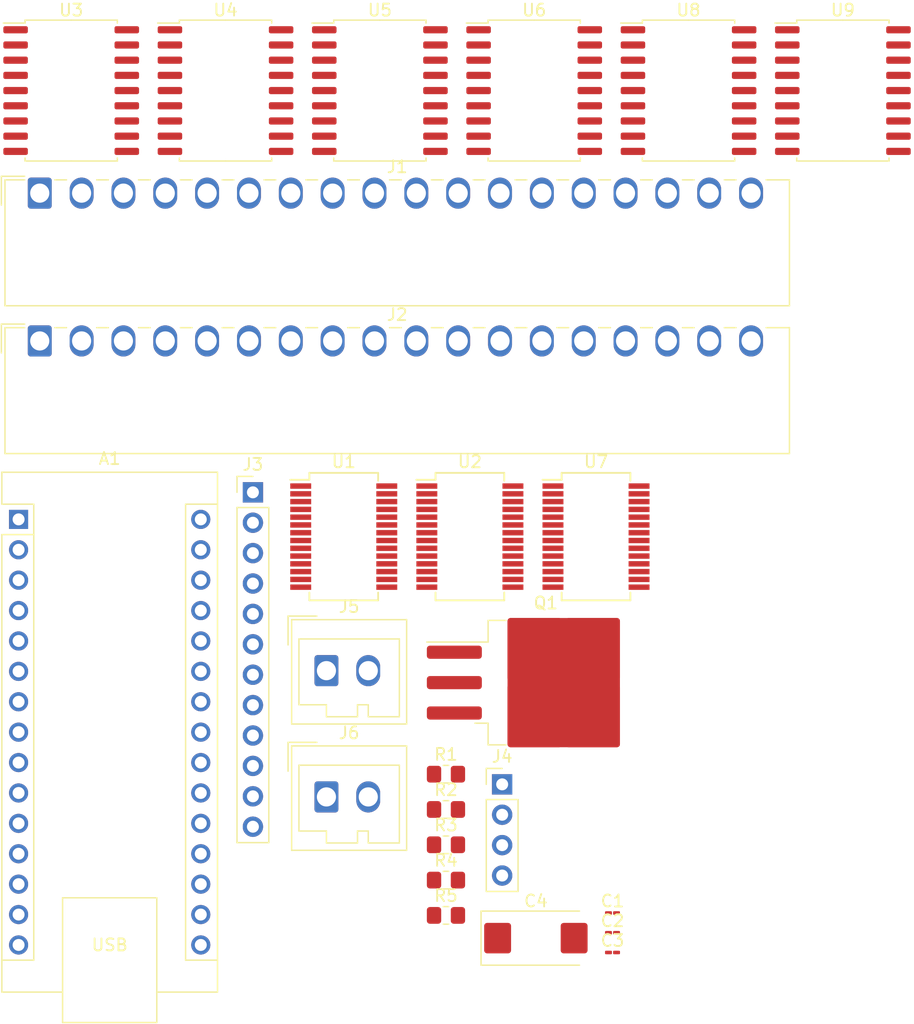
<source format=kicad_pcb>
(kicad_pcb (version 20221018) (generator pcbnew)
  (layers (0 "F.Cu" signal) (31 "B.Cu" signal) (34 "B.Paste" user) (35 "F.Paste" user) (36 "B.SilkS" user "B.Silkscreen") (37 "F.SilkS" user "F.Silkscreen") (38 "B.Mask" user) (39 "F.Mask" user) (44 "Edge.Cuts" user))
  (net 0 "")
  (net 3 "RST")
  (net 4 "GND")
  (net 5 "BTN")
  (net 6 "DIM")
  (net 23 "SDA")
  (net 24 "SCL")
  (net 29 "VCC")
  (net 30 "Net-(J1-Pin_1)")
  (net 31 "Net-(J1-Pin_2)")
  (net 32 "Net-(J1-Pin_3)")
  (net 33 "Net-(J1-Pin_4)")
  (net 34 "Net-(J1-Pin_5)")
  (net 35 "Net-(J1-Pin_6)")
  (net 36 "Net-(J1-Pin_7)")
  (net 37 "Net-(J1-Pin_8)")
  (net 38 "Net-(J1-Pin_9)")
  (net 39 "Net-(J1-Pin_10)")
  (net 40 "Net-(J1-Pin_11)")
  (net 41 "Net-(J1-Pin_12)")
  (net 42 "Net-(J1-Pin_13)")
  (net 43 "Net-(J1-Pin_14)")
  (net 44 "Net-(J1-Pin_15)")
  (net 45 "Net-(J1-Pin_16)")
  (net 46 "Net-(J1-Pin_17)")
  (net 47 "Net-(J1-Pin_18)")
  (net 48 "Net-(J2-Pin_1)")
  (net 49 "Net-(J2-Pin_2)")
  (net 50 "Net-(J2-Pin_3)")
  (net 51 "Net-(J2-Pin_4)")
  (net 52 "Net-(J2-Pin_5)")
  (net 53 "Net-(J2-Pin_6)")
  (net 54 "Net-(J2-Pin_7)")
  (net 55 "Net-(J2-Pin_8)")
  (net 56 "Net-(J2-Pin_9)")
  (net 57 "Net-(J2-Pin_10)")
  (net 58 "Net-(J2-Pin_11)")
  (net 59 "Net-(J2-Pin_12)")
  (net 60 "Net-(J2-Pin_13)")
  (net 61 "Net-(J2-Pin_14)")
  (net 62 "Net-(J2-Pin_15)")
  (net 63 "Net-(J2-Pin_16)")
  (net 64 "Net-(J2-Pin_17)")
  (net 65 "Net-(J2-Pin_18)")
  (net 66 "Lamp")
  (net 67 "Net-(J3-Pin_2)")
  (net 68 "Net-(J3-Pin_3)")
  (net 69 "Net-(J3-Pin_4)")
  (net 70 "Net-(J3-Pin_5)")
  (net 71 "Net-(J3-Pin_6)")
  (net 72 "Net-(J3-Pin_7)")
  (net 73 "Net-(J3-Pin_8)")
  (net 74 "Net-(J3-Pin_9)")
  (net 75 "Net-(J3-Pin_10)")
  (net 76 "Net-(J3-Pin_11)")
  (net 77 "Net-(J3-Pin_12)")
  (net 78 "Net-(J5-Pin_1)")
  (net 79 "Net-(Q1-G)")
  (net 80 "Net-(U1-GPB0)")
  (net 81 "Net-(U1-GPB1)")
  (net 82 "Net-(U1-GPB2)")
  (net 83 "Net-(U1-GPB3)")
  (net 84 "Net-(U1-GPB4)")
  (net 85 "Net-(U1-GPB5)")
  (net 86 "Net-(U1-GPB6)")
  (net 87 "Net-(U1-GPB7)")
  (net 92 "Net-(U1-GPA0)")
  (net 93 "Net-(U1-GPA1)")
  (net 94 "Net-(U1-GPA2)")
  (net 95 "Net-(U1-GPA3)")
  (net 96 "Net-(U1-GPA4)")
  (net 97 "Net-(U1-GPA5)")
  (net 98 "Net-(U1-GPA6)")
  (net 99 "Net-(U1-GPA7)")
  (net 100 "Net-(U2-GPB0)")
  (net 101 "Net-(U2-GPB1)")
  (net 102 "Net-(U2-GPB2)")
  (net 103 "Net-(U2-GPB3)")
  (net 104 "Net-(U2-GPB4)")
  (net 105 "Net-(U2-GPB5)")
  (net 106 "Net-(U2-GPB6)")
  (net 107 "Net-(U2-GPB7)")
  (net 112 "Net-(U2-GPA0)")
  (net 113 "Net-(U2-GPA1)")
  (net 114 "Net-(U2-GPA2)")
  (net 115 "Net-(U2-GPA3)")
  (net 116 "Net-(U2-GPA4)")
  (net 117 "Net-(U2-GPA5)")
  (net 118 "Net-(U2-GPA6)")
  (net 119 "Net-(U2-GPA7)")
  (net 120 "Net-(U7-GPB0)")
  (net 121 "Net-(U7-GPB1)")
  (net 122 "Net-(U7-GPB2)")
  (net 123 "Net-(U7-GPB3)")
  (net 124 "Net-(U7-GPB4)")
  (net 125 "Net-(U7-GPB5)")
  (net 126 "Net-(U7-GPB6)")
  (net 127 "Net-(U7-GPB7)")
  (net 132 "Net-(U7-GPA0)")
  (net 133 "Net-(U7-GPA1)")
  (net 134 "Net-(U7-GPA2)")
  (net 135 "Net-(U7-GPA3)")
  (net 136 "Net-(U7-GPA4)")
  (net 137 "Net-(U7-GPA5)")
  (net 138 "Net-(U7-GPA6)")
  (net 139 "Net-(U7-GPA7)")
  (footprint "Package_SO:SOIC-18W_7.5x11.6mm_P1.27mm" (layer "F.Cu") (at 119.6 43.18)
    (fp_text reference "U8" (at 0 -6.72) (layer "F.SilkS"))
    (fp_text value "TBD62783A")
    (pad "1" smd roundrect (at -4.65 -5.08) (size 2.05 0.6) (layers "F.Cu" "F.Paste" "F.Mask") (net 120 "Net-(U7-GPB0)"))
    (pad "2" smd roundrect (at -4.65 -3.81) (size 2.05 0.6) (layers "F.Cu" "F.Paste" "F.Mask") (net 121 "Net-(U7-GPB1)"))
    (pad "3" smd roundrect (at -4.65 -2.54) (size 2.05 0.6) (layers "F.Cu" "F.Paste" "F.Mask") (net 122 "Net-(U7-GPB2)"))
    (pad "4" smd roundrect (at -4.65 -1.27) (size 2.05 0.6) (layers "F.Cu" "F.Paste" "F.Mask") (net 123 "Net-(U7-GPB3)"))
    (pad "5" smd roundrect (at -4.65 0) (size 2.05 0.6) (layers "F.Cu" "F.Paste" "F.Mask") (net 124 "Net-(U7-GPB4)"))
    (pad "6" smd roundrect (at -4.65 1.27) (size 2.05 0.6) (layers "F.Cu" "F.Paste" "F.Mask") (net 125 "Net-(U7-GPB5)"))
    (pad "7" smd roundrect (at -4.65 2.54) (size 2.05 0.6) (layers "F.Cu" "F.Paste" "F.Mask") (net 126 "Net-(U7-GPB6)"))
    (pad "8" smd roundrect (at -4.65 3.81) (size 2.05 0.6) (layers "F.Cu" "F.Paste" "F.Mask") (net 127 "Net-(U7-GPB7)"))
    (pad "9" smd roundrect (at -4.65 5.08) (size 2.05 0.6) (layers "F.Cu" "F.Paste" "F.Mask") (net 29 "VCC"))
    (pad "10" smd roundrect (at 4.65 5.08) (size 2.05 0.6) (layers "F.Cu" "F.Paste" "F.Mask") (net 4 "GND"))
    (pad "11" smd roundrect (at 4.65 3.81) (size 2.05 0.6) (layers "F.Cu" "F.Paste" "F.Mask") (net 55 "Net-(J2-Pin_8)"))
    (pad "12" smd roundrect (at 4.65 2.54) (size 2.05 0.6) (layers "F.Cu" "F.Paste" "F.Mask") (net 54 "Net-(J2-Pin_7)"))
    (pad "13" smd roundrect (at 4.65 1.27) (size 2.05 0.6) (layers "F.Cu" "F.Paste" "F.Mask") (net 53 "Net-(J2-Pin_6)"))
    (pad "14" smd roundrect (at 4.65 0) (size 2.05 0.6) (layers "F.Cu" "F.Paste" "F.Mask") (net 52 "Net-(J2-Pin_5)"))
    (pad "15" smd roundrect (at 4.65 -1.27) (size 2.05 0.6) (layers "F.Cu" "F.Paste" "F.Mask") (net 51 "Net-(J2-Pin_4)"))
    (pad "16" smd roundrect (at 4.65 -2.54) (size 2.05 0.6) (layers "F.Cu" "F.Paste" "F.Mask") (net 50 "Net-(J2-Pin_3)"))
    (pad "17" smd roundrect (at 4.65 -3.81) (size 2.05 0.6) (layers "F.Cu" "F.Paste" "F.Mask") (net 49 "Net-(J2-Pin_2)"))
    (pad "18" smd roundrect (at 4.65 -5.08) (size 2.05 0.6) (layers "F.Cu" "F.Paste" "F.Mask") (net 48 "Net-(J2-Pin_1)"))
  )
  (footprint "Package_SO:SOIC-18W_7.5x11.6mm_P1.27mm" (layer "F.Cu") (at 80.87 43.18)
    (fp_text reference "U4" (at 0 -6.72) (layer "F.SilkS"))
    (fp_text value "TBD62783A")
    (pad "1" smd roundrect (at -4.65 -5.08) (size 2.05 0.6) (layers "F.Cu" "F.Paste" "F.Mask") (net 80 "Net-(U1-GPB0)"))
    (pad "2" smd roundrect (at -4.65 -3.81) (size 2.05 0.6) (layers "F.Cu" "F.Paste" "F.Mask") (net 81 "Net-(U1-GPB1)"))
    (pad "3" smd roundrect (at -4.65 -2.54) (size 2.05 0.6) (layers "F.Cu" "F.Paste" "F.Mask") (net 82 "Net-(U1-GPB2)"))
    (pad "4" smd roundrect (at -4.65 -1.27) (size 2.05 0.6) (layers "F.Cu" "F.Paste" "F.Mask") (net 83 "Net-(U1-GPB3)"))
    (pad "5" smd roundrect (at -4.65 0) (size 2.05 0.6) (layers "F.Cu" "F.Paste" "F.Mask") (net 84 "Net-(U1-GPB4)"))
    (pad "6" smd roundrect (at -4.65 1.27) (size 2.05 0.6) (layers "F.Cu" "F.Paste" "F.Mask") (net 85 "Net-(U1-GPB5)"))
    (pad "7" smd roundrect (at -4.65 2.54) (size 2.05 0.6) (layers "F.Cu" "F.Paste" "F.Mask") (net 86 "Net-(U1-GPB6)"))
    (pad "8" smd roundrect (at -4.65 3.81) (size 2.05 0.6) (layers "F.Cu" "F.Paste" "F.Mask") (net 87 "Net-(U1-GPB7)"))
    (pad "9" smd roundrect (at -4.65 5.08) (size 2.05 0.6) (layers "F.Cu" "F.Paste" "F.Mask") (net 29 "VCC"))
    (pad "10" smd roundrect (at 4.65 5.08) (size 2.05 0.6) (layers "F.Cu" "F.Paste" "F.Mask") (net 4 "GND"))
    (pad "11" smd roundrect (at 4.65 3.81) (size 2.05 0.6) (layers "F.Cu" "F.Paste" "F.Mask") (net 37 "Net-(J1-Pin_8)"))
    (pad "12" smd roundrect (at 4.65 2.54) (size 2.05 0.6) (layers "F.Cu" "F.Paste" "F.Mask") (net 36 "Net-(J1-Pin_7)"))
    (pad "13" smd roundrect (at 4.65 1.27) (size 2.05 0.6) (layers "F.Cu" "F.Paste" "F.Mask") (net 35 "Net-(J1-Pin_6)"))
    (pad "14" smd roundrect (at 4.65 0) (size 2.05 0.6) (layers "F.Cu" "F.Paste" "F.Mask") (net 34 "Net-(J1-Pin_5)"))
    (pad "15" smd roundrect (at 4.65 -1.27) (size 2.05 0.6) (layers "F.Cu" "F.Paste" "F.Mask") (net 33 "Net-(J1-Pin_4)"))
    (pad "16" smd roundrect (at 4.65 -2.54) (size 2.05 0.6) (layers "F.Cu" "F.Paste" "F.Mask") (net 32 "Net-(J1-Pin_3)"))
    (pad "17" smd roundrect (at 4.65 -3.81) (size 2.05 0.6) (layers "F.Cu" "F.Paste" "F.Mask") (net 31 "Net-(J1-Pin_2)"))
    (pad "18" smd roundrect (at 4.65 -5.08) (size 2.05 0.6) (layers "F.Cu" "F.Paste" "F.Mask") (net 30 "Net-(J1-Pin_1)"))
  )
  (footprint "Resistor_SMD:R_0805_2012Metric_Pad1.20x1.40mm_HandSolder" (layer "F.Cu") (at 99.31 106.2)
    (fp_text reference "R3" (at 0 -1.65) (layer "F.SilkS"))
    (fp_text value "R")
    (pad "1" smd roundrect (at -1 0) (size 1.2 1.4) (layers "F.Cu" "F.Paste" "F.Mask") (roundrect_rratio 0.208333) (net 79 "Net-(Q1-G)"))
    (pad "2" smd roundrect (at 1 0) (size 1.2 1.4) (layers "F.Cu" "F.Paste" "F.Mask") (roundrect_rratio 0.208333) (net 6 "DIM"))
  )
  (footprint "Capacitor_Tantalum_SMD:CP_EIA-7343-15_Kemet-W_Pad2.25x2.55mm_HandSolder" (layer "F.Cu") (at 106.83 114)
    (fp_text reference "C4" (at 0 -3.1) (layer "F.SilkS"))
    (fp_text value "C")
    (pad "1" smd roundrect (at -3.2 0) (size 2.25 2.55) (layers "F.Cu" "F.Paste" "F.Mask") (roundrect_rratio 0.111111) (net 29 "VCC"))
    (pad "2" smd roundrect (at 3.2 0) (size 2.25 2.55) (layers "F.Cu" "F.Paste" "F.Mask") (roundrect_rratio 0.111111) (net 4 "GND"))
  )
  (footprint "Connector_Wago:Wago_734-132_1x02_P3.50mm_Vertical" (layer "F.Cu") (at 89.31 102.2)
    (fp_text reference "J6" (at 1.9 -5.35) (layer "F.SilkS"))
    (fp_text value "Power IN")
    (pad "1" thru_hole roundrect (at 0 0) (size 2 2.6) (drill 1.6) (layers "*.Cu" "*.Mask") (roundrect_rratio 0.125) (net 29 "VCC"))
    (pad "2" thru_hole oval (at 3.5 0) (size 2 2.6) (drill 1.6) (layers "*.Cu" "*.Mask") (net 4 "GND"))
  )
  (footprint "Package_SO:SOIC-18W_7.5x11.6mm_P1.27mm" (layer "F.Cu") (at 67.96 43.18)
    (fp_text reference "U3" (at 0 -6.72) (layer "F.SilkS"))
    (fp_text value "TBD62783A")
    (pad "1" smd roundrect (at -4.65 -5.08) (size 2.05 0.6) (layers "F.Cu" "F.Paste" "F.Mask") (net 100 "Net-(U2-GPB0)"))
    (pad "2" smd roundrect (at -4.65 -3.81) (size 2.05 0.6) (layers "F.Cu" "F.Paste" "F.Mask") (net 101 "Net-(U2-GPB1)"))
    (pad "3" smd roundrect (at -4.65 -2.54) (size 2.05 0.6) (layers "F.Cu" "F.Paste" "F.Mask") (net 102 "Net-(U2-GPB2)"))
    (pad "4" smd roundrect (at -4.65 -1.27) (size 2.05 0.6) (layers "F.Cu" "F.Paste" "F.Mask") (net 103 "Net-(U2-GPB3)"))
    (pad "5" smd roundrect (at -4.65 0) (size 2.05 0.6) (layers "F.Cu" "F.Paste" "F.Mask") (net 104 "Net-(U2-GPB4)"))
    (pad "6" smd roundrect (at -4.65 1.27) (size 2.05 0.6) (layers "F.Cu" "F.Paste" "F.Mask") (net 105 "Net-(U2-GPB5)"))
    (pad "7" smd roundrect (at -4.65 2.54) (size 2.05 0.6) (layers "F.Cu" "F.Paste" "F.Mask") (net 106 "Net-(U2-GPB6)"))
    (pad "8" smd roundrect (at -4.65 3.81) (size 2.05 0.6) (layers "F.Cu" "F.Paste" "F.Mask") (net 107 "Net-(U2-GPB7)"))
    (pad "9" smd roundrect (at -4.65 5.08) (size 2.05 0.6) (layers "F.Cu" "F.Paste" "F.Mask") (net 29 "VCC"))
    (pad "10" smd roundrect (at 4.65 5.08) (size 2.05 0.6) (layers "F.Cu" "F.Paste" "F.Mask") (net 4 "GND"))
    (pad "11" smd roundrect (at 4.65 3.81) (size 2.05 0.6) (layers "F.Cu" "F.Paste" "F.Mask") (net 69 "Net-(J3-Pin_4)"))
    (pad "12" smd roundrect (at 4.65 2.54) (size 2.05 0.6) (layers "F.Cu" "F.Paste" "F.Mask") (net 68 "Net-(J3-Pin_3)"))
    (pad "13" smd roundrect (at 4.65 1.27) (size 2.05 0.6) (layers "F.Cu" "F.Paste" "F.Mask") (net 67 "Net-(J3-Pin_2)"))
    (pad "14" smd roundrect (at 4.65 0) (size 2.05 0.6) (layers "F.Cu" "F.Paste" "F.Mask") (net 66 "Lamp"))
    (pad "15" smd roundrect (at 4.65 -1.27) (size 2.05 0.6) (layers "F.Cu" "F.Paste" "F.Mask") (net 65 "Net-(J2-Pin_18)"))
    (pad "16" smd roundrect (at 4.65 -2.54) (size 2.05 0.6) (layers "F.Cu" "F.Paste" "F.Mask") (net 64 "Net-(J2-Pin_17)"))
    (pad "17" smd roundrect (at 4.65 -3.81) (size 2.05 0.6) (layers "F.Cu" "F.Paste" "F.Mask") (net 47 "Net-(J1-Pin_18)"))
    (pad "18" smd roundrect (at 4.65 -5.08) (size 2.05 0.6) (layers "F.Cu" "F.Paste" "F.Mask") (net 46 "Net-(J1-Pin_17)"))
  )
  (footprint "Capacitor_SMD:C_01005_0402Metric_Pad0.57x0.30mm_HandSolder" (layer "F.Cu") (at 113.24 115.2)
    (fp_text reference "C3" (at 0 -1) (layer "F.SilkS"))
    (fp_text value "C")
    (pad "1" smd roundrect (at -0.3375 0) (size 0.575 0.3) (layers "F.Cu" "F.Mask") (net 29 "VCC"))
    (pad "2" smd roundrect (at 0.3375 0) (size 0.575 0.3) (layers "F.Cu" "F.Mask") (net 4 "GND"))
  )
  (footprint "Capacitor_SMD:C_01005_0402Metric_Pad0.57x0.30mm_HandSolder" (layer "F.Cu") (at 113.24 111.9)
    (fp_text reference "C1" (at 0 -1) (layer "F.SilkS"))
    (fp_text value "C")
    (pad "1" smd roundrect (at -0.3375 0) (size 0.575 0.3) (layers "F.Cu" "F.Mask") (net 29 "VCC"))
    (pad "2" smd roundrect (at 0.3375 0) (size 0.575 0.3) (layers "F.Cu" "F.Mask") (net 4 "GND"))
  )
  (footprint "Package_SO:SOIC-18W_7.5x11.6mm_P1.27mm" (layer "F.Cu") (at 93.78 43.18)
    (fp_text reference "U5" (at 0 -6.72) (layer "F.SilkS"))
    (fp_text value "TBD62783A")
    (pad "1" smd roundrect (at -4.65 -5.08) (size 2.05 0.6) (layers "F.Cu" "F.Paste" "F.Mask") (net 92 "Net-(U1-GPA0)"))
    (pad "2" smd roundrect (at -4.65 -3.81) (size 2.05 0.6) (layers "F.Cu" "F.Paste" "F.Mask") (net 93 "Net-(U1-GPA1)"))
    (pad "3" smd roundrect (at -4.65 -2.54) (size 2.05 0.6) (layers "F.Cu" "F.Paste" "F.Mask") (net 94 "Net-(U1-GPA2)"))
    (pad "4" smd roundrect (at -4.65 -1.27) (size 2.05 0.6) (layers "F.Cu" "F.Paste" "F.Mask") (net 95 "Net-(U1-GPA3)"))
    (pad "5" smd roundrect (at -4.65 0) (size 2.05 0.6) (layers "F.Cu" "F.Paste" "F.Mask") (net 96 "Net-(U1-GPA4)"))
    (pad "6" smd roundrect (at -4.65 1.27) (size 2.05 0.6) (layers "F.Cu" "F.Paste" "F.Mask") (net 97 "Net-(U1-GPA5)"))
    (pad "7" smd roundrect (at -4.65 2.54) (size 2.05 0.6) (layers "F.Cu" "F.Paste" "F.Mask") (net 98 "Net-(U1-GPA6)"))
    (pad "8" smd roundrect (at -4.65 3.81) (size 2.05 0.6) (layers "F.Cu" "F.Paste" "F.Mask") (net 99 "Net-(U1-GPA7)"))
    (pad "9" smd roundrect (at -4.65 5.08) (size 2.05 0.6) (layers "F.Cu" "F.Paste" "F.Mask") (net 29 "VCC"))
    (pad "10" smd roundrect (at 4.65 5.08) (size 2.05 0.6) (layers "F.Cu" "F.Paste" "F.Mask") (net 4 "GND"))
    (pad "11" smd roundrect (at 4.65 3.81) (size 2.05 0.6) (layers "F.Cu" "F.Paste" "F.Mask") (net 45 "Net-(J1-Pin_16)"))
    (pad "12" smd roundrect (at 4.65 2.54) (size 2.05 0.6) (layers "F.Cu" "F.Paste" "F.Mask") (net 44 "Net-(J1-Pin_15)"))
    (pad "13" smd roundrect (at 4.65 1.27) (size 2.05 0.6) (layers "F.Cu" "F.Paste" "F.Mask") (net 43 "Net-(J1-Pin_14)"))
    (pad "14" smd roundrect (at 4.65 0) (size 2.05 0.6) (layers "F.Cu" "F.Paste" "F.Mask") (net 42 "Net-(J1-Pin_13)"))
    (pad "15" smd roundrect (at 4.65 -1.27) (size 2.05 0.6) (layers "F.Cu" "F.Paste" "F.Mask") (net 41 "Net-(J1-Pin_12)"))
    (pad "16" smd roundrect (at 4.65 -2.54) (size 2.05 0.6) (layers "F.Cu" "F.Paste" "F.Mask") (net 40 "Net-(J1-Pin_11)"))
    (pad "17" smd roundrect (at 4.65 -3.81) (size 2.05 0.6) (layers "F.Cu" "F.Paste" "F.Mask") (net 39 "Net-(J1-Pin_10)"))
    (pad "18" smd roundrect (at 4.65 -5.08) (size 2.05 0.6) (layers "F.Cu" "F.Paste" "F.Mask") (net 38 "Net-(J1-Pin_9)"))
  )
  (footprint "Resistor_SMD:R_0805_2012Metric_Pad1.20x1.40mm_HandSolder" (layer "F.Cu") (at 99.31 103.25)
    (fp_text reference "R2" (at 0 -1.65) (layer "F.SilkS"))
    (fp_text value "10K")
    (pad "1" smd roundrect (at -1 0) (size 1.2 1.4) (layers "F.Cu" "F.Paste" "F.Mask") (roundrect_rratio 0.208333) (net 29 "VCC"))
    (pad "2" smd roundrect (at 1 0) (size 1.2 1.4) (layers "F.Cu" "F.Paste" "F.Mask") (roundrect_rratio 0.208333) (net 24 "SCL"))
  )
  (footprint "Connector_PinHeader_2.54mm:PinHeader_1x12_P2.54mm_Vertical" (layer "F.Cu") (at 83.16 76.75)
    (fp_text reference "J3" (at 0 -2.33) (layer "F.SilkS"))
    (fp_text value "Aux_Out")
    (pad "1" thru_hole rect (at 0 0) (size 1.7 1.7) (drill 1) (layers "*.Cu" "*.Mask") (net 66 "Lamp"))
    (pad "2" thru_hole oval (at 0 2.54) (size 1.7 1.7) (drill 1) (layers "*.Cu" "*.Mask") (net 67 "Net-(J3-Pin_2)"))
    (pad "3" thru_hole oval (at 0 5.08) (size 1.7 1.7) (drill 1) (layers "*.Cu" "*.Mask") (net 68 "Net-(J3-Pin_3)"))
    (pad "4" thru_hole oval (at 0 7.62) (size 1.7 1.7) (drill 1) (layers "*.Cu" "*.Mask") (net 69 "Net-(J3-Pin_4)"))
    (pad "5" thru_hole oval (at 0 10.16) (size 1.7 1.7) (drill 1) (layers "*.Cu" "*.Mask") (net 70 "Net-(J3-Pin_5)"))
    (pad "6" thru_hole oval (at 0 12.7) (size 1.7 1.7) (drill 1) (layers "*.Cu" "*.Mask") (net 71 "Net-(J3-Pin_6)"))
    (pad "7" thru_hole oval (at 0 15.24) (size 1.7 1.7) (drill 1) (layers "*.Cu" "*.Mask") (net 72 "Net-(J3-Pin_7)"))
    (pad "8" thru_hole oval (at 0 17.78) (size 1.7 1.7) (drill 1) (layers "*.Cu" "*.Mask") (net 73 "Net-(J3-Pin_8)"))
    (pad "9" thru_hole oval (at 0 20.32) (size 1.7 1.7) (drill 1) (layers "*.Cu" "*.Mask") (net 74 "Net-(J3-Pin_9)"))
    (pad "10" thru_hole oval (at 0 22.86) (size 1.7 1.7) (drill 1) (layers "*.Cu" "*.Mask") (net 75 "Net-(J3-Pin_10)"))
    (pad "11" thru_hole oval (at 0 25.4) (size 1.7 1.7) (drill 1) (layers "*.Cu" "*.Mask") (net 76 "Net-(J3-Pin_11)"))
    (pad "12" thru_hole oval (at 0 27.94) (size 1.7 1.7) (drill 1) (layers "*.Cu" "*.Mask") (net 77 "Net-(J3-Pin_12)"))
  )
  (footprint "Module:Arduino_Nano" (layer "F.Cu") (at 63.56 79.01)
    (fp_text reference "A1" (at 7.62 -5.08) (layer "F.SilkS"))
    (fp_text value "Arduino_Nano_Every")
    (fp_text user "USB" (at 7.62 35.56 unlocked) (layer "F.SilkS"))
    (pad "1" thru_hole rect (at 0 0) (size 1.6 1.6) (drill 1) (layers "*.Cu" "*.Mask"))
    (pad "2" thru_hole oval (at 0 2.54) (size 1.6 1.6) (drill 1) (layers "*.Cu" "*.Mask"))
    (pad "3" thru_hole oval (at 0 5.08) (size 1.6 1.6) (drill 1) (layers "*.Cu" "*.Mask") (net 3 "RST"))
    (pad "4" thru_hole oval (at 0 7.62) (size 1.6 1.6) (drill 1) (layers "*.Cu" "*.Mask") (net 4 "GND"))
    (pad "5" thru_hole oval (at 0 10.16) (size 1.6 1.6) (drill 1) (layers "*.Cu" "*.Mask") (net 5 "BTN"))
    (pad "6" thru_hole oval (at 0 12.7) (size 1.6 1.6) (drill 1) (layers "*.Cu" "*.Mask") (net 6 "DIM"))
    (pad "7" thru_hole oval (at 0 15.24) (size 1.6 1.6) (drill 1) (layers "*.Cu" "*.Mask"))
    (pad "8" thru_hole oval (at 0 17.78) (size 1.6 1.6) (drill 1) (layers "*.Cu" "*.Mask"))
    (pad "9" thru_hole oval (at 0 20.32) (size 1.6 1.6) (drill 1) (layers "*.Cu" "*.Mask"))
    (pad "10" thru_hole oval (at 0 22.86) (size 1.6 1.6) (drill 1) (layers "*.Cu" "*.Mask"))
    (pad "11" thru_hole oval (at 0 25.4) (size 1.6 1.6) (drill 1) (layers "*.Cu" "*.Mask"))
    (pad "12" thru_hole oval (at 0 27.94) (size 1.6 1.6) (drill 1) (layers "*.Cu" "*.Mask"))
    (pad "13" thru_hole oval (at 0 30.48) (size 1.6 1.6) (drill 1) (layers "*.Cu" "*.Mask"))
    (pad "14" thru_hole oval (at 0 33.02) (size 1.6 1.6) (drill 1) (layers "*.Cu" "*.Mask"))
    (pad "15" thru_hole oval (at 0 35.56) (size 1.6 1.6) (drill 1) (layers "*.Cu" "*.Mask"))
    (pad "16" thru_hole oval (at 15.24 35.56) (size 1.6 1.6) (drill 1) (layers "*.Cu" "*.Mask"))
    (pad "17" thru_hole oval (at 15.24 33.02) (size 1.6 1.6) (drill 1) (layers "*.Cu" "*.Mask"))
    (pad "18" thru_hole oval (at 15.24 30.48) (size 1.6 1.6) (drill 1) (layers "*.Cu" "*.Mask"))
    (pad "19" thru_hole oval (at 15.24 27.94) (size 1.6 1.6) (drill 1) (layers "*.Cu" "*.Mask"))
    (pad "20" thru_hole oval (at 15.24 25.4) (size 1.6 1.6) (drill 1) (layers "*.Cu" "*.Mask"))
    (pad "21" thru_hole oval (at 15.24 22.86) (size 1.6 1.6) (drill 1) (layers "*.Cu" "*.Mask"))
    (pad "22" thru_hole oval (at 15.24 20.32) (size 1.6 1.6) (drill 1) (layers "*.Cu" "*.Mask"))
    (pad "23" thru_hole oval (at 15.24 17.78) (size 1.6 1.6) (drill 1) (layers "*.Cu" "*.Mask") (net 23 "SDA"))
    (pad "24" thru_hole oval (at 15.24 15.24) (size 1.6 1.6) (drill 1) (layers "*.Cu" "*.Mask") (net 24 "SCL"))
    (pad "25" thru_hole oval (at 15.24 12.7) (size 1.6 1.6) (drill 1) (layers "*.Cu" "*.Mask"))
    (pad "26" thru_hole oval (at 15.24 10.16) (size 1.6 1.6) (drill 1) (layers "*.Cu" "*.Mask"))
    (pad "27" thru_hole oval (at 15.24 7.62) (size 1.6 1.6) (drill 1) (layers "*.Cu" "*.Mask"))
    (pad "28" thru_hole oval (at 15.24 5.08) (size 1.6 1.6) (drill 1) (layers "*.Cu" "*.Mask"))
    (pad "29" thru_hole oval (at 15.24 2.54) (size 1.6 1.6) (drill 1) (layers "*.Cu" "*.Mask") (net 4 "GND"))
    (pad "30" thru_hole oval (at 15.24 0) (size 1.6 1.6) (drill 1) (layers "*.Cu" "*.Mask") (net 29 "VCC"))
  )
  (footprint "Resistor_SMD:R_0805_2012Metric_Pad1.20x1.40mm_HandSolder" (layer "F.Cu") (at 99.31 100.3)
    (fp_text reference "R1" (at 0 -1.65) (layer "F.SilkS"))
    (fp_text value "10K")
    (pad "1" smd roundrect (at -1 0) (size 1.2 1.4) (layers "F.Cu" "F.Paste" "F.Mask") (roundrect_rratio 0.208333) (net 23 "SDA"))
    (pad "2" smd roundrect (at 1 0) (size 1.2 1.4) (layers "F.Cu" "F.Paste" "F.Mask") (roundrect_rratio 0.208333) (net 29 "VCC"))
  )
  (footprint "Capacitor_SMD:C_01005_0402Metric_Pad0.57x0.30mm_HandSolder" (layer "F.Cu") (at 113.24 113.55)
    (fp_text reference "C2" (at 0 -1) (layer "F.SilkS"))
    (fp_text value "C")
    (pad "1" smd roundrect (at -0.3375 0) (size 0.575 0.3) (layers "F.Cu" "F.Mask") (net 29 "VCC"))
    (pad "2" smd roundrect (at 0.3375 0) (size 0.575 0.3) (layers "F.Cu" "F.Mask") (net 4 "GND"))
  )
  (footprint "Connector_Wago:Wago_734-178_1x18_P3.50mm_Horizontal" (layer "F.Cu") (at 65.33 64.1)
    (fp_text reference "J2" (at 29.9 -2.2) (layer "F.SilkS"))
    (fp_text value "10X")
    (pad "1" thru_hole roundrect (at 0 0) (size 2 2.6) (drill 1.6) (layers "*.Cu" "*.Mask") (roundrect_rratio 0.125) (net 48 "Net-(J2-Pin_1)"))
    (pad "2" thru_hole oval (at 3.5 0) (size 2 2.6) (drill 1.6) (layers "*.Cu" "*.Mask") (net 49 "Net-(J2-Pin_2)"))
    (pad "3" thru_hole oval (at 7 0) (size 2 2.6) (drill 1.6) (layers "*.Cu" "*.Mask") (net 50 "Net-(J2-Pin_3)"))
    (pad "4" thru_hole oval (at 10.5 0) (size 2 2.6) (drill 1.6) (layers "*.Cu" "*.Mask") (net 51 "Net-(J2-Pin_4)"))
    (pad "5" thru_hole oval (at 14 0) (size 2 2.6) (drill 1.6) (layers "*.Cu" "*.Mask") (net 52 "Net-(J2-Pin_5)"))
    (pad "6" thru_hole oval (at 17.5 0) (size 2 2.6) (drill 1.6) (layers "*.Cu" "*.Mask") (net 53 "Net-(J2-Pin_6)"))
    (pad "7" thru_hole oval (at 21 0) (size 2 2.6) (drill 1.6) (layers "*.Cu" "*.Mask") (net 54 "Net-(J2-Pin_7)"))
    (pad "8" thru_hole oval (at 24.5 0) (size 2 2.6) (drill 1.6) (layers "*.Cu" "*.Mask") (net 55 "Net-(J2-Pin_8)"))
    (pad "9" thru_hole oval (at 28 0) (size 2 2.6) (drill 1.6) (layers "*.Cu" "*.Mask") (net 56 "Net-(J2-Pin_9)"))
    (pad "10" thru_hole oval (at 31.5 0) (size 2 2.6) (drill 1.6) (layers "*.Cu" "*.Mask") (net 57 "Net-(J2-Pin_10)"))
    (pad "11" thru_hole oval (at 35 0) (size 2 2.6) (drill 1.6) (layers "*.Cu" "*.Mask") (net 58 "Net-(J2-Pin_11)"))
    (pad "12" thru_hole oval (at 38.5 0) (size 2 2.6) (drill 1.6) (layers "*.Cu" "*.Mask") (net 59 "Net-(J2-Pin_12)"))
    (pad "13" thru_hole oval (at 42 0) (size 2 2.6) (drill 1.6) (layers "*.Cu" "*.Mask") (net 60 "Net-(J2-Pin_13)"))
    (pad "14" thru_hole oval (at 45.5 0) (size 2 2.6) (drill 1.6) (layers "*.Cu" "*.Mask") (net 61 "Net-(J2-Pin_14)"))
    (pad "15" thru_hole oval (at 49 0) (size 2 2.6) (drill 1.6) (layers "*.Cu" "*.Mask") (net 62 "Net-(J2-Pin_15)"))
    (pad "16" thru_hole oval (at 52.5 0) (size 2 2.6) (drill 1.6) (layers "*.Cu" "*.Mask") (net 63 "Net-(J2-Pin_16)"))
    (pad "17" thru_hole oval (at 56 0) (size 2 2.6) (drill 1.6) (layers "*.Cu" "*.Mask") (net 64 "Net-(J2-Pin_17)"))
    (pad "18" thru_hole oval (at 59.5 0) (size 2 2.6) (drill 1.6) (layers "*.Cu" "*.Mask") (net 65 "Net-(J2-Pin_18)"))
  )
  (footprint "Connector_Wago:Wago_734-178_1x18_P3.50mm_Horizontal" (layer "F.Cu") (at 65.33 51.75)
    (fp_text reference "J1" (at 29.9 -2.2) (layer "F.SilkS"))
    (fp_text value "1X")
    (pad "1" thru_hole roundrect (at 0 0) (size 2 2.6) (drill 1.6) (layers "*.Cu" "*.Mask") (roundrect_rratio 0.125) (net 30 "Net-(J1-Pin_1)"))
    (pad "2" thru_hole oval (at 3.5 0) (size 2 2.6) (drill 1.6) (layers "*.Cu" "*.Mask") (net 31 "Net-(J1-Pin_2)"))
    (pad "3" thru_hole oval (at 7 0) (size 2 2.6) (drill 1.6) (layers "*.Cu" "*.Mask") (net 32 "Net-(J1-Pin_3)"))
    (pad "4" thru_hole oval (at 10.5 0) (size 2 2.6) (drill 1.6) (layers "*.Cu" "*.Mask") (net 33 "Net-(J1-Pin_4)"))
    (pad "5" thru_hole oval (at 14 0) (size 2 2.6) (drill 1.6) (layers "*.Cu" "*.Mask") (net 34 "Net-(J1-Pin_5)"))
    (pad "6" thru_hole oval (at 17.5 0) (size 2 2.6) (drill 1.6) (layers "*.Cu" "*.Mask") (net 35 "Net-(J1-Pin_6)"))
    (pad "7" thru_hole oval (at 21 0) (size 2 2.6) (drill 1.6) (layers "*.Cu" "*.Mask") (net 36 "Net-(J1-Pin_7)"))
    (pad "8" thru_hole oval (at 24.5 0) (size 2 2.6) (drill 1.6) (layers "*.Cu" "*.Mask") (net 37 "Net-(J1-Pin_8)"))
    (pad "9" thru_hole oval (at 28 0) (size 2 2.6) (drill 1.6) (layers "*.Cu" "*.Mask") (net 38 "Net-(J1-Pin_9)"))
    (pad "10" thru_hole oval (at 31.5 0) (size 2 2.6) (drill 1.6) (layers "*.Cu" "*.Mask") (net 39 "Net-(J1-Pin_10)"))
    (pad "11" thru_hole oval (at 35 0) (size 2 2.6) (drill 1.6) (layers "*.Cu" "*.Mask") (net 40 "Net-(J1-Pin_11)"))
    (pad "12" thru_hole oval (at 38.5 0) (size 2 2.6) (drill 1.6) (layers "*.Cu" "*.Mask") (net 41 "Net-(J1-Pin_12)"))
    (pad "13" thru_hole oval (at 42 0) (size 2 2.6) (drill 1.6) (layers "*.Cu" "*.Mask") (net 42 "Net-(J1-Pin_13)"))
    (pad "14" thru_hole oval (at 45.5 0) (size 2 2.6) (drill 1.6) (layers "*.Cu" "*.Mask") (net 43 "Net-(J1-Pin_14)"))
    (pad "15" thru_hole oval (at 49 0) (size 2 2.6) (drill 1.6) (layers "*.Cu" "*.Mask") (net 44 "Net-(J1-Pin_15)"))
    (pad "16" thru_hole oval (at 52.5 0) (size 2 2.6) (drill 1.6) (layers "*.Cu" "*.Mask") (net 45 "Net-(J1-Pin_16)"))
    (pad "17" thru_hole oval (at 56 0) (size 2 2.6) (drill 1.6) (layers "*.Cu" "*.Mask") (net 46 "Net-(J1-Pin_17)"))
    (pad "18" thru_hole oval (at 59.5 0) (size 2 2.6) (drill 1.6) (layers "*.Cu" "*.Mask") (net 47 "Net-(J1-Pin_18)"))
  )
  (footprint "Package_SO:SSOP-28_5.3x10.2mm_P0.65mm" (layer "F.Cu") (at 111.86 80.45)
    (fp_text reference "U7" (at 0 -6.25) (layer "F.SilkS"))
    (fp_text value "MCP23017_SS")
    (pad "1" smd rect (at -3.6 -4.225) (size 1.75 0.45) (layers "F.Cu" "F.Paste" "F.Mask") (net 120 "Net-(U7-GPB0)"))
    (pad "2" smd rect (at -3.6 -3.575) (size 1.75 0.45) (layers "F.Cu" "F.Paste" "F.Mask") (net 121 "Net-(U7-GPB1)"))
    (pad "3" smd rect (at -3.6 -2.925) (size 1.75 0.45) (layers "F.Cu" "F.Paste" "F.Mask") (net 122 "Net-(U7-GPB2)"))
    (pad "4" smd rect (at -3.6 -2.275) (size 1.75 0.45) (layers "F.Cu" "F.Paste" "F.Mask") (net 123 "Net-(U7-GPB3)"))
    (pad "5" smd rect (at -3.6 -1.625) (size 1.75 0.45) (layers "F.Cu" "F.Paste" "F.Mask") (net 124 "Net-(U7-GPB4)"))
    (pad "6" smd rect (at -3.6 -0.975) (size 1.75 0.45) (layers "F.Cu" "F.Paste" "F.Mask") (net 125 "Net-(U7-GPB5)"))
    (pad "7" smd rect (at -3.6 -0.325) (size 1.75 0.45) (layers "F.Cu" "F.Paste" "F.Mask") (net 126 "Net-(U7-GPB6)"))
    (pad "8" smd rect (at -3.6 0.325) (size 1.75 0.45) (layers "F.Cu" "F.Paste" "F.Mask") (net 127 "Net-(U7-GPB7)"))
    (pad "9" smd rect (at -3.6 0.975) (size 1.75 0.45) (layers "F.Cu" "F.Paste" "F.Mask") (net 29 "VCC"))
    (pad "10" smd rect (at -3.6 1.625) (size 1.75 0.45) (layers "F.Cu" "F.Paste" "F.Mask") (net 4 "GND"))
    (pad "11" smd rect (at -3.6 2.275) (size 1.75 0.45) (layers "F.Cu" "F.Paste" "F.Mask"))
    (pad "12" smd rect (at -3.6 2.925) (size 1.75 0.45) (layers "F.Cu" "F.Paste" "F.Mask") (net 24 "SCL"))
    (pad "13" smd rect (at -3.6 3.575) (size 1.75 0.45) (layers "F.Cu" "F.Paste" "F.Mask") (net 23 "SDA"))
    (pad "14" smd rect (at -3.6 4.225) (size 1.75 0.45) (layers "F.Cu" "F.Paste" "F.Mask"))
    (pad "15" smd rect (at 3.6 4.225) (size 1.75 0.45) (layers "F.Cu" "F.Paste" "F.Mask") (net 4 "GND"))
    (pad "16" smd rect (at 3.6 3.575) (size 1.75 0.45) (layers "F.Cu" "F.Paste" "F.Mask") (net 29 "VCC"))
    (pad "17" smd rect (at 3.6 2.925) (size 1.75 0.45) (layers "F.Cu" "F.Paste" "F.Mask") (net 4 "GND"))
    (pad "18" smd rect (at 3.6 2.275) (size 1.75 0.45) (layers "F.Cu" "F.Paste" "F.Mask") (net 3 "RST"))
    (pad "19" smd rect (at 3.6 1.625) (size 1.75 0.45) (layers "F.Cu" "F.Paste" "F.Mask"))
    (pad "20" smd rect (at 3.6 0.975) (size 1.75 0.45) (layers "F.Cu" "F.Paste" "F.Mask"))
    (pad "21" smd rect (at 3.6 0.325) (size 1.75 0.45) (layers "F.Cu" "F.Paste" "F.Mask") (net 132 "Net-(U7-GPA0)"))
    (pad "22" smd rect (at 3.6 -0.325) (size 1.75 0.45) (layers "F.Cu" "F.Paste" "F.Mask") (net 133 "Net-(U7-GPA1)"))
    (pad "23" smd rect (at 3.6 -0.975) (size 1.75 0.45) (layers "F.Cu" "F.Paste" "F.Mask") (net 134 "Net-(U7-GPA2)"))
    (pad "24" smd rect (at 3.6 -1.625) (size 1.75 0.45) (layers "F.Cu" "F.Paste" "F.Mask") (net 135 "Net-(U7-GPA3)"))
    (pad "25" smd rect (at 3.6 -2.275) (size 1.75 0.45) (layers "F.Cu" "F.Paste" "F.Mask") (net 136 "Net-(U7-GPA4)"))
    (pad "26" smd rect (at 3.6 -2.925) (size 1.75 0.45) (layers "F.Cu" "F.Paste" "F.Mask") (net 137 "Net-(U7-GPA5)"))
    (pad "27" smd rect (at 3.6 -3.575) (size 1.75 0.45) (layers "F.Cu" "F.Paste" "F.Mask") (net 138 "Net-(U7-GPA6)"))
    (pad "28" smd rect (at 3.6 -4.225) (size 1.75 0.45) (layers "F.Cu" "F.Paste" "F.Mask") (net 139 "Net-(U7-GPA7)"))
  )
  (footprint "Resistor_SMD:R_0805_2012Metric_Pad1.20x1.40mm_HandSolder" (layer "F.Cu") (at 99.31 109.15)
    (fp_text reference "R4" (at 0 -1.65) (layer "F.SilkS"))
    (fp_text value "R")
    (pad "1" smd roundrect (at -1 0) (size 1.2 1.4) (layers "F.Cu" "F.Paste" "F.Mask") (roundrect_rratio 0.208333) (net 79 "Net-(Q1-G)"))
    (pad "2" smd roundrect (at 1 0) (size 1.2 1.4) (layers "F.Cu" "F.Paste" "F.Mask") (roundrect_rratio 0.208333) (net 4 "GND"))
  )
  (footprint "Package_SO:SOIC-18W_7.5x11.6mm_P1.27mm" (layer "F.Cu") (at 106.69 43.18)
    (fp_text reference "U6" (at 0 -6.72) (layer "F.SilkS"))
    (fp_text value "TBD62783A")
    (pad "1" smd roundrect (at -4.65 -5.08) (size 2.05 0.6) (layers "F.Cu" "F.Paste" "F.Mask") (net 112 "Net-(U2-GPA0)"))
    (pad "2" smd roundrect (at -4.65 -3.81) (size 2.05 0.6) (layers "F.Cu" "F.Paste" "F.Mask") (net 113 "Net-(U2-GPA1)"))
    (pad "3" smd roundrect (at -4.65 -2.54) (size 2.05 0.6) (layers "F.Cu" "F.Paste" "F.Mask") (net 114 "Net-(U2-GPA2)"))
    (pad "4" smd roundrect (at -4.65 -1.27) (size 2.05 0.6) (layers "F.Cu" "F.Paste" "F.Mask") (net 115 "Net-(U2-GPA3)"))
    (pad "5" smd roundrect (at -4.65 0) (size 2.05 0.6) (layers "F.Cu" "F.Paste" "F.Mask") (net 116 "Net-(U2-GPA4)"))
    (pad "6" smd roundrect (at -4.65 1.27) (size 2.05 0.6) (layers "F.Cu" "F.Paste" "F.Mask") (net 117 "Net-(U2-GPA5)"))
    (pad "7" smd roundrect (at -4.65 2.54) (size 2.05 0.6) (layers "F.Cu" "F.Paste" "F.Mask") (net 118 "Net-(U2-GPA6)"))
    (pad "8" smd roundrect (at -4.65 3.81) (size 2.05 0.6) (layers "F.Cu" "F.Paste" "F.Mask") (net 119 "Net-(U2-GPA7)"))
    (pad "9" smd roundrect (at -4.65 5.08) (size 2.05 0.6) (layers "F.Cu" "F.Paste" "F.Mask") (net 29 "VCC"))
    (pad "10" smd roundrect (at 4.65 5.08) (size 2.05 0.6) (layers "F.Cu" "F.Paste" "F.Mask") (net 4 "GND"))
    (pad "11" smd roundrect (at 4.65 3.81) (size 2.05 0.6) (layers "F.Cu" "F.Paste" "F.Mask") (net 77 "Net-(J3-Pin_12)"))
    (pad "12" smd roundrect (at 4.65 2.54) (size 2.05 0.6) (layers "F.Cu" "F.Paste" "F.Mask") (net 76 "Net-(J3-Pin_11)"))
    (pad "13" smd roundrect (at 4.65 1.27) (size 2.05 0.6) (layers "F.Cu" "F.Paste" "F.Mask") (net 75 "Net-(J3-Pin_10)"))
    (pad "14" smd roundrect (at 4.65 0) (size 2.05 0.6) (layers "F.Cu" "F.Paste" "F.Mask") (net 74 "Net-(J3-Pin_9)"))
    (pad "15" smd roundrect (at 4.65 -1.27) (size 2.05 0.6) (layers "F.Cu" "F.Paste" "F.Mask") (net 73 "Net-(J3-Pin_8)"))
    (pad "16" smd roundrect (at 4.65 -2.54) (size 2.05 0.6) (layers "F.Cu" "F.Paste" "F.Mask") (net 72 "Net-(J3-Pin_7)"))
    (pad "17" smd roundrect (at 4.65 -3.81) (size 2.05 0.6) (layers "F.Cu" "F.Paste" "F.Mask") (net 71 "Net-(J3-Pin_6)"))
    (pad "18" smd roundrect (at 4.65 -5.08) (size 2.05 0.6) (layers "F.Cu" "F.Paste" "F.Mask") (net 70 "Net-(J3-Pin_5)"))
  )
  (footprint "Connector_PinHeader_2.54mm:PinHeader_1x04_P2.54mm_Vertical" (layer "F.Cu") (at 104.01 101.15)
    (fp_text reference "J4" (at 0 -2.33) (layer "F.SilkS"))
    (fp_text value "Btn")
    (pad "1" thru_hole rect (at 0 0) (size 1.7 1.7) (drill 1) (layers "*.Cu" "*.Mask") (net 66 "Lamp"))
    (pad "2" thru_hole oval (at 0 2.54) (size 1.7 1.7) (drill 1) (layers "*.Cu" "*.Mask") (net 29 "VCC"))
    (pad "3" thru_hole oval (at 0 5.08) (size 1.7 1.7) (drill 1) (layers "*.Cu" "*.Mask") (net 5 "BTN"))
    (pad "4" thru_hole oval (at 0 7.62) (size 1.7 1.7) (drill 1) (layers "*.Cu" "*.Mask") (net 4 "GND"))
  )
  (footprint "Package_SO:SSOP-28_5.3x10.2mm_P0.65mm" (layer "F.Cu") (at 101.31 80.45)
    (fp_text reference "U2" (at 0 -6.25) (layer "F.SilkS"))
    (fp_text value "MCP23017_SS")
    (pad "1" smd rect (at -3.6 -4.225) (size 1.75 0.45) (layers "F.Cu" "F.Paste" "F.Mask") (net 100 "Net-(U2-GPB0)"))
    (pad "2" smd rect (at -3.6 -3.575) (size 1.75 0.45) (layers "F.Cu" "F.Paste" "F.Mask") (net 101 "Net-(U2-GPB1)"))
    (pad "3" smd rect (at -3.6 -2.925) (size 1.75 0.45) (layers "F.Cu" "F.Paste" "F.Mask") (net 102 "Net-(U2-GPB2)"))
    (pad "4" smd rect (at -3.6 -2.275) (size 1.75 0.45) (layers "F.Cu" "F.Paste" "F.Mask") (net 103 "Net-(U2-GPB3)"))
    (pad "5" smd rect (at -3.6 -1.625) (size 1.75 0.45) (layers "F.Cu" "F.Paste" "F.Mask") (net 104 "Net-(U2-GPB4)"))
    (pad "6" smd rect (at -3.6 -0.975) (size 1.75 0.45) (layers "F.Cu" "F.Paste" "F.Mask") (net 105 "Net-(U2-GPB5)"))
    (pad "7" smd rect (at -3.6 -0.325) (size 1.75 0.45) (layers "F.Cu" "F.Paste" "F.Mask") (net 106 "Net-(U2-GPB6)"))
    (pad "8" smd rect (at -3.6 0.325) (size 1.75 0.45) (layers "F.Cu" "F.Paste" "F.Mask") (net 107 "Net-(U2-GPB7)"))
    (pad "9" smd rect (at -3.6 0.975) (size 1.75 0.45) (layers "F.Cu" "F.Paste" "F.Mask") (net 29 "VCC"))
    (pad "10" smd rect (at -3.6 1.625) (size 1.75 0.45) (layers "F.Cu" "F.Paste" "F.Mask") (net 4 "GND"))
    (pad "11" smd rect (at -3.6 2.275) (size 1.75 0.45) (layers "F.Cu" "F.Paste" "F.Mask"))
    (pad "12" smd rect (at -3.6 2.925) (size 1.75 0.45) (layers "F.Cu" "F.Paste" "F.Mask") (net 24 "SCL"))
    (pad "13" smd rect (at -3.6 3.575) (size 1.75 0.45) (layers "F.Cu" "F.Paste" "F.Mask") (net 23 "SDA"))
    (pad "14" smd rect (at -3.6 4.225) (size 1.75 0.45) (layers "F.Cu" "F.Paste" "F.Mask"))
    (pad "15" smd rect (at 3.6 4.225) (size 1.75 0.45) (layers "F.Cu" "F.Paste" "F.Mask") (net 29 "VCC"))
    (pad "16" smd rect (at 3.6 3.575) (size 1.75 0.45) (layers "F.Cu" "F.Paste" "F.Mask") (net 4 "GND"))
    (pad "17" smd rect (at 3.6 2.925) (size 1.75 0.45) (layers "F.Cu" "F.Paste" "F.Mask") (net 4 "GND"))
    (pad "18" smd rect (at 3.6 2.275) (size 1.75 0.45) (layers "F.Cu" "F.Paste" "F.Mask") (net 3 "RST"))
    (pad "19" smd rect (at 3.6 1.625) (size 1.75 0.45) (layers "F.Cu" "F.Paste" "F.Mask"))
    (pad "20" smd rect (at 3.6 0.975) (size 1.75 0.45) (layers "F.Cu" "F.Paste" "F.Mask"))
    (pad "21" smd rect (at 3.6 0.325) (size 1.75 0.45) (layers "F.Cu" "F.Paste" "F.Mask") (net 112 "Net-(U2-GPA0)"))
    (pad "22" smd rect (at 3.6 -0.325) (size 1.75 0.45) (layers "F.Cu" "F.Paste" "F.Mask") (net 113 "Net-(U2-GPA1)"))
    (pad "23" smd rect (at 3.6 -0.975) (size 1.75 0.45) (layers "F.Cu" "F.Paste" "F.Mask") (net 114 "Net-(U2-GPA2)"))
    (pad "24" smd rect (at 3.6 -1.625) (size 1.75 0.45) (layers "F.Cu" "F.Paste" "F.Mask") (net 115 "Net-(U2-GPA3)"))
    (pad "25" smd rect (at 3.6 -2.275) (size 1.75 0.45) (layers "F.Cu" "F.Paste" "F.Mask") (net 116 "Net-(U2-GPA4)"))
    (pad "26" smd rect (at 3.6 -2.925) (size 1.75 0.45) (layers "F.Cu" "F.Paste" "F.Mask") (net 117 "Net-(U2-GPA5)"))
    (pad "27" smd rect (at 3.6 -3.575) (size 1.75 0.45) (layers "F.Cu" "F.Paste" "F.Mask") (net 118 "Net-(U2-GPA6)"))
    (pad "28" smd rect (at 3.6 -4.225) (size 1.75 0.45) (layers "F.Cu" "F.Paste" "F.Mask") (net 119 "Net-(U2-GPA7)"))
  )
  (footprint "Package_TO_SOT_SMD:TO-263-3_TabPin2" (layer "F.Cu") (at 107.66 92.65)
    (fp_text reference "Q1" (at 0 -6.65) (layer "F.SilkS"))
    (fp_text value "IRLZ34N")
    (pad "1" smd roundrect (at -7.65 -2.54) (size 4.6 1.1) (layers "F.Cu" "F.Paste" "F.Mask") (roundrect_rratio 0.227273) (net 79 "Net-(Q1-G)"))
    (pad "2" smd roundrect (at -7.65 0) (size 4.6 1.1) (layers "F.Cu" "F.Paste" "F.Mask") (roundrect_rratio 0.227273) (net 29 "VCC"))
    (pad "2" smd roundrect (at -0.925 -2.775) (size 4.55 5.25) (layers "F.Cu" "F.Paste") (roundrect_rratio 0.054945) (net 29 "VCC"))
    (pad "2" smd roundrect (at -0.925 2.775) (size 4.55 5.25) (layers "F.Cu" "F.Paste") (roundrect_rratio 0.054945) (net 29 "VCC"))
    (pad "2" smd roundrect (at 1.5 0) (size 9.4 10.8) (layers "F.Cu" "F.Mask") (roundrect_rratio 0.026596) (net 29 "VCC"))
    (pad "2" smd roundrect (at 3.925 -2.775) (size 4.55 5.25) (layers "F.Cu" "F.Paste") (roundrect_rratio 0.054945) (net 29 "VCC"))
    (pad "2" smd roundrect (at 3.925 2.775) (size 4.55 5.25) (layers "F.Cu" "F.Paste") (roundrect_rratio 0.054945) (net 29 "VCC"))
    (pad "3" smd roundrect (at -7.65 2.54) (size 4.6 1.1) (layers "F.Cu" "F.Paste" "F.Mask") (roundrect_rratio 0.227273) (net 78 "Net-(J5-Pin_1)"))
  )
  (footprint "Resistor_SMD:R_0805_2012Metric_Pad1.20x1.40mm_HandSolder" (layer "F.Cu") (at 99.31 112.1)
    (fp_text reference "R5" (at 0 -1.65) (layer "F.SilkS"))
    (fp_text value "R")
    (pad "1" smd roundrect (at -1 0) (size 1.2 1.4) (layers "F.Cu" "F.Paste" "F.Mask") (roundrect_rratio 0.208333) (net 29 "VCC"))
    (pad "2" smd roundrect (at 1 0) (size 1.2 1.4) (layers "F.Cu" "F.Paste" "F.Mask") (roundrect_rratio 0.208333) (net 3 "RST"))
  )
  (footprint "Package_SO:SOIC-18W_7.5x11.6mm_P1.27mm" (layer "F.Cu") (at 132.51 43.18)
    (fp_text reference "U9" (at 0 -6.72) (layer "F.SilkS"))
    (fp_text value "TBD62783A")
    (pad "1" smd roundrect (at -4.65 -5.08) (size 2.05 0.6) (layers "F.Cu" "F.Paste" "F.Mask") (net 132 "Net-(U7-GPA0)"))
    (pad "2" smd roundrect (at -4.65 -3.81) (size 2.05 0.6) (layers "F.Cu" "F.Paste" "F.Mask") (net 133 "Net-(U7-GPA1)"))
    (pad "3" smd roundrect (at -4.65 -2.54) (size 2.05 0.6) (layers "F.Cu" "F.Paste" "F.Mask") (net 134 "Net-(U7-GPA2)"))
    (pad "4" smd roundrect (at -4.65 -1.27) (size 2.05 0.6) (layers "F.Cu" "F.Paste" "F.Mask") (net 135 "Net-(U7-GPA3)"))
    (pad "5" smd roundrect (at -4.65 0) (size 2.05 0.6) (layers "F.Cu" "F.Paste" "F.Mask") (net 136 "Net-(U7-GPA4)"))
    (pad "6" smd roundrect (at -4.65 1.27) (size 2.05 0.6) (layers "F.Cu" "F.Paste" "F.Mask") (net 137 "Net-(U7-GPA5)"))
    (pad "7" smd roundrect (at -4.65 2.54) (size 2.05 0.6) (layers "F.Cu" "F.Paste" "F.Mask") (net 138 "Net-(U7-GPA6)"))
    (pad "8" smd roundrect (at -4.65 3.81) (size 2.05 0.6) (layers "F.Cu" "F.Paste" "F.Mask") (net 139 "Net-(U7-GPA7)"))
    (pad "9" smd roundrect (at -4.65 5.08) (size 2.05 0.6) (layers "F.Cu" "F.Paste" "F.Mask") (net 29 "VCC"))
    (pad "10" smd roundrect (at 4.65 5.08) (size 2.05 0.6) (layers "F.Cu" "F.Paste" "F.Mask") (net 4 "GND"))
    (pad "11" smd roundrect (at 4.65 3.81) (size 2.05 0.6) (layers "F.Cu" "F.Paste" "F.Mask") (net 63 "Net-(J2-Pin_16)"))
    (pad "12" smd roundrect (at 4.65 2.54) (size 2.05 0.6) (layers "F.Cu" "F.Paste" "F.Mask") (net 62 "Net-(J2-Pin_15)"))
    (pad "13" smd roundrect (at 4.65 1.27) (size 2.05 0.6) (layers "F.Cu" "F.Paste" "F.Mask") (net 61 "Net-(J2-Pin_14)"))
    (pad "14" smd roundrect (at 4.65 0) (size 2.05 0.6) (layers "F.Cu" "F.Paste" "F.Mask") (net 60 "Net-(J2-Pin_13)"))
    (pad "15" smd roundrect (at 4.65 -1.27) (size 2.05 0.6) (layers "F.Cu" "F.Paste" "F.Mask") (net 59 "Net-(J2-Pin_12)"))
    (pad "16" smd roundrect (at 4.65 -2.54) (size 2.05 0.6) (layers "F.Cu" "F.Paste" "F.Mask") (net 58 "Net-(J2-Pin_11)"))
    (pad "17" smd roundrect (at 4.65 -3.81) (size 2.05 0.6) (layers "F.Cu" "F.Paste" "F.Mask") (net 57 "Net-(J2-Pin_10)"))
    (pad "18" smd roundrect (at 4.65 -5.08) (size 2.05 0.6) (layers "F.Cu" "F.Paste" "F.Mask") (net 56 "Net-(J2-Pin_9)"))
  )
  (footprint "Connector_Wago:Wago_734-132_1x02_P3.50mm_Vertical" (layer "F.Cu") (at 89.31 91.65)
    (fp_text reference "J5" (at 1.9 -5.35) (layer "F.SilkS"))
    (fp_text value "PWM_Out")
    (pad "1" thru_hole roundrect (at 0 0) (size 2 2.6) (drill 1.6) (layers "*.Cu" "*.Mask") (roundrect_rratio 0.125) (net 78 "Net-(J5-Pin_1)"))
    (pad "2" thru_hole oval (at 3.5 0) (size 2 2.6) (drill 1.6) (layers "*.Cu" "*.Mask") (net 78 "Net-(J5-Pin_1)"))
  )
  (footprint "Package_SO:SSOP-28_5.3x10.2mm_P0.65mm" (layer "F.Cu") (at 90.76 80.45)
    (fp_text reference "U1" (at 0 -6.25) (layer "F.SilkS"))
    (fp_text value "MCP23017_SS")
    (pad "1" smd rect (at -3.6 -4.225) (size 1.75 0.45) (layers "F.Cu" "F.Paste" "F.Mask") (net 80 "Net-(U1-GPB0)"))
    (pad "2" smd rect (at -3.6 -3.575) (size 1.75 0.45) (layers "F.Cu" "F.Paste" "F.Mask") (net 81 "Net-(U1-GPB1)"))
    (pad "3" smd rect (at -3.6 -2.925) (size 1.75 0.45) (layers "F.Cu" "F.Paste" "F.Mask") (net 82 "Net-(U1-GPB2)"))
    (pad "4" smd rect (at -3.6 -2.275) (size 1.75 0.45) (layers "F.Cu" "F.Paste" "F.Mask") (net 83 "Net-(U1-GPB3)"))
    (pad "5" smd rect (at -3.6 -1.625) (size 1.75 0.45) (layers "F.Cu" "F.Paste" "F.Mask") (net 84 "Net-(U1-GPB4)"))
    (pad "6" smd rect (at -3.6 -0.975) (size 1.75 0.45) (layers "F.Cu" "F.Paste" "F.Mask") (net 85 "Net-(U1-GPB5)"))
    (pad "7" smd rect (at -3.6 -0.325) (size 1.75 0.45) (layers "F.Cu" "F.Paste" "F.Mask") (net 86 "Net-(U1-GPB6)"))
    (pad "8" smd rect (at -3.6 0.325) (size 1.75 0.45) (layers "F.Cu" "F.Paste" "F.Mask") (net 87 "Net-(U1-GPB7)"))
    (pad "9" smd rect (at -3.6 0.975) (size 1.75 0.45) (layers "F.Cu" "F.Paste" "F.Mask") (net 29 "VCC"))
    (pad "10" smd rect (at -3.6 1.625) (size 1.75 0.45) (layers "F.Cu" "F.Paste" "F.Mask") (net 4 "GND"))
    (pad "11" smd rect (at -3.6 2.275) (size 1.75 0.45) (layers "F.Cu" "F.Paste" "F.Mask"))
    (pad "12" smd rect (at -3.6 2.925) (size 1.75 0.45) (layers "F.Cu" "F.Paste" "F.Mask") (net 24 "SCL"))
    (pad "13" smd rect (at -3.6 3.575) (size 1.75 0.45) (layers "F.Cu" "F.Paste" "F.Mask") (net 23 "SDA"))
    (pad "14" smd rect (at -3.6 4.225) (size 1.75 0.45) (layers "F.Cu" "F.Paste" "F.Mask"))
    (pad "15" smd rect (at 3.6 4.225) (size 1.75 0.45) (layers "F.Cu" "F.Paste" "F.Mask") (net 4 "GND"))
    (pad "16" smd rect (at 3.6 3.575) (size 1.75 0.45) (layers "F.Cu" "F.Paste" "F.Mask") (net 4 "GND"))
    (pad "17" smd rect (at 3.6 2.925) (size 1.75 0.45) (layers "F.Cu" "F.Paste" "F.Mask") (net 4 "GND"))
    (pad "18" smd rect (at 3.6 2.275) (size 1.75 0.45) (layers "F.Cu" "F.Paste" "F.Mask") (net 3 "RST"))
    (pad "19" smd rect (at 3.6 1.625) (size 1.75 0.45) (layers "F.Cu" "F.Paste" "F.Mask"))
    (pad "20" smd rect (at 3.6 0.975) (size 1.75 0.45) (layers "F.Cu" "F.Paste" "F.Mask"))
    (pad "21" smd rect (at 3.6 0.325) (size 1.75 0.45) (layers "F.Cu" "F.Paste" "F.Mask") (net 92 "Net-(U1-GPA0)"))
    (pad "22" smd rect (at 3.6 -0.325) (size 1.75 0.45) (layers "F.Cu" "F.Paste" "F.Mask") (net 93 "Net-(U1-GPA1)"))
    (pad "23" smd rect (at 3.6 -0.975) (size 1.75 0.45) (layers "F.Cu" "F.Paste" "F.Mask") (net 94 "Net-(U1-GPA2)"))
    (pad "24" smd rect (at 3.6 -1.625) (size 1.75 0.45) (layers "F.Cu" "F.Paste" "F.Mask") (net 95 "Net-(U1-GPA3)"))
    (pad "25" smd rect (at 3.6 -2.275) (size 1.75 0.45) (layers "F.Cu" "F.Paste" "F.Mask") (net 96 "Net-(U1-GPA4)"))
    (pad "26" smd rect (at 3.6 -2.925) (size 1.75 0.45) (layers "F.Cu" "F.Paste" "F.Mask") (net 97 "Net-(U1-GPA5)"))
    (pad "27" smd rect (at 3.6 -3.575) (size 1.75 0.45) (layers "F.Cu" "F.Paste" "F.Mask") (net 98 "Net-(U1-GPA6)"))
    (pad "28" smd rect (at 3.6 -4.225) (size 1.75 0.45) (layers "F.Cu" "F.Paste" "F.Mask") (net 99 "Net-(U1-GPA7)"))
  )
)
</source>
